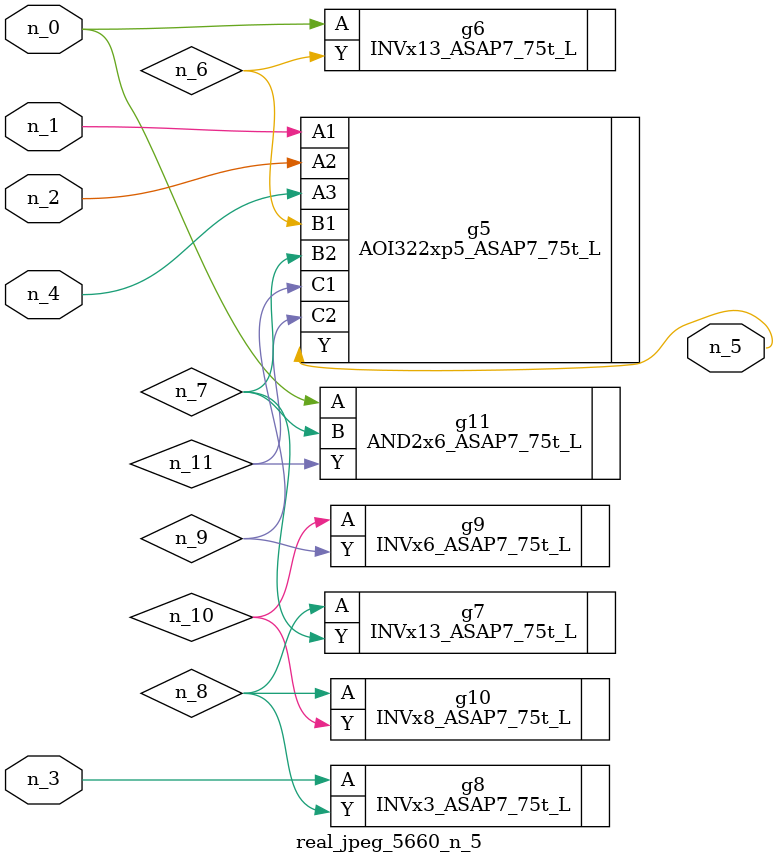
<source format=v>
module real_jpeg_5660_n_5 (n_4, n_0, n_1, n_2, n_3, n_5);

input n_4;
input n_0;
input n_1;
input n_2;
input n_3;

output n_5;

wire n_8;
wire n_11;
wire n_6;
wire n_7;
wire n_10;
wire n_9;

INVx13_ASAP7_75t_L g6 ( 
.A(n_0),
.Y(n_6)
);

AND2x6_ASAP7_75t_L g11 ( 
.A(n_0),
.B(n_7),
.Y(n_11)
);

AOI322xp5_ASAP7_75t_L g5 ( 
.A1(n_1),
.A2(n_2),
.A3(n_4),
.B1(n_6),
.B2(n_7),
.C1(n_9),
.C2(n_11),
.Y(n_5)
);

INVx3_ASAP7_75t_L g8 ( 
.A(n_3),
.Y(n_8)
);

INVx13_ASAP7_75t_L g7 ( 
.A(n_8),
.Y(n_7)
);

INVx8_ASAP7_75t_L g10 ( 
.A(n_8),
.Y(n_10)
);

INVx6_ASAP7_75t_L g9 ( 
.A(n_10),
.Y(n_9)
);


endmodule
</source>
